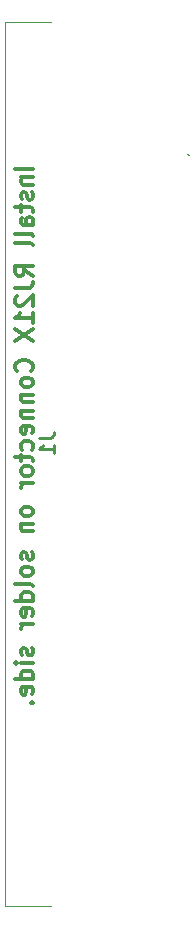
<source format=gbr>
G04 #@! TF.GenerationSoftware,KiCad,Pcbnew,(6.0.5-0)*
G04 #@! TF.CreationDate,2022-08-07T12:30:08-07:00*
G04 #@! TF.ProjectId,ac125a_dtmf,61633132-3561-45f6-9474-6d662e6b6963,rev?*
G04 #@! TF.SameCoordinates,Original*
G04 #@! TF.FileFunction,Legend,Bot*
G04 #@! TF.FilePolarity,Positive*
%FSLAX46Y46*%
G04 Gerber Fmt 4.6, Leading zero omitted, Abs format (unit mm)*
G04 Created by KiCad (PCBNEW (6.0.5-0)) date 2022-08-07 12:30:08*
%MOMM*%
%LPD*%
G01*
G04 APERTURE LIST*
%ADD10C,0.300000*%
%ADD11C,0.254000*%
%ADD12C,0.100000*%
G04 APERTURE END LIST*
D10*
X35603571Y-65657857D02*
X34103571Y-65657857D01*
X34603571Y-66372142D02*
X35603571Y-66372142D01*
X34746428Y-66372142D02*
X34675000Y-66443571D01*
X34603571Y-66586428D01*
X34603571Y-66800714D01*
X34675000Y-66943571D01*
X34817857Y-67014999D01*
X35603571Y-67014999D01*
X35532142Y-67657857D02*
X35603571Y-67800714D01*
X35603571Y-68086428D01*
X35532142Y-68229285D01*
X35389285Y-68300714D01*
X35317857Y-68300714D01*
X35175000Y-68229285D01*
X35103571Y-68086428D01*
X35103571Y-67872142D01*
X35032142Y-67729285D01*
X34889285Y-67657857D01*
X34817857Y-67657857D01*
X34675000Y-67729285D01*
X34603571Y-67872142D01*
X34603571Y-68086428D01*
X34675000Y-68229285D01*
X34603571Y-68729285D02*
X34603571Y-69300714D01*
X34103571Y-68943571D02*
X35389285Y-68943571D01*
X35532142Y-69015000D01*
X35603571Y-69157857D01*
X35603571Y-69300714D01*
X35603571Y-70443571D02*
X34817857Y-70443571D01*
X34675000Y-70372142D01*
X34603571Y-70229285D01*
X34603571Y-69943571D01*
X34675000Y-69800714D01*
X35532142Y-70443571D02*
X35603571Y-70300714D01*
X35603571Y-69943571D01*
X35532142Y-69800714D01*
X35389285Y-69729285D01*
X35246428Y-69729285D01*
X35103571Y-69800714D01*
X35032142Y-69943571D01*
X35032142Y-70300714D01*
X34960714Y-70443571D01*
X35603571Y-71372142D02*
X35532142Y-71229285D01*
X35389285Y-71157857D01*
X34103571Y-71157857D01*
X35603571Y-72157857D02*
X35532142Y-72015000D01*
X35389285Y-71943571D01*
X34103571Y-71943571D01*
X35603571Y-74729285D02*
X34889285Y-74229285D01*
X35603571Y-73872142D02*
X34103571Y-73872142D01*
X34103571Y-74443571D01*
X34175000Y-74586428D01*
X34246428Y-74657857D01*
X34389285Y-74729285D01*
X34603571Y-74729285D01*
X34746428Y-74657857D01*
X34817857Y-74586428D01*
X34889285Y-74443571D01*
X34889285Y-73872142D01*
X34103571Y-75800714D02*
X35175000Y-75800714D01*
X35389285Y-75729285D01*
X35532142Y-75586428D01*
X35603571Y-75372142D01*
X35603571Y-75229285D01*
X34246428Y-76443571D02*
X34175000Y-76515000D01*
X34103571Y-76657857D01*
X34103571Y-77015000D01*
X34175000Y-77157857D01*
X34246428Y-77229285D01*
X34389285Y-77300714D01*
X34532142Y-77300714D01*
X34746428Y-77229285D01*
X35603571Y-76372142D01*
X35603571Y-77300714D01*
X35603571Y-78729285D02*
X35603571Y-77872142D01*
X35603571Y-78300714D02*
X34103571Y-78300714D01*
X34317857Y-78157857D01*
X34460714Y-78014999D01*
X34532142Y-77872142D01*
X34103571Y-79229285D02*
X35603571Y-80229285D01*
X34103571Y-80229285D02*
X35603571Y-79229285D01*
X35460714Y-82800714D02*
X35532142Y-82729285D01*
X35603571Y-82514999D01*
X35603571Y-82372142D01*
X35532142Y-82157857D01*
X35389285Y-82014999D01*
X35246428Y-81943571D01*
X34960714Y-81872142D01*
X34746428Y-81872142D01*
X34460714Y-81943571D01*
X34317857Y-82014999D01*
X34175000Y-82157857D01*
X34103571Y-82372142D01*
X34103571Y-82514999D01*
X34175000Y-82729285D01*
X34246428Y-82800714D01*
X35603571Y-83657857D02*
X35532142Y-83514999D01*
X35460714Y-83443571D01*
X35317857Y-83372142D01*
X34889285Y-83372142D01*
X34746428Y-83443571D01*
X34675000Y-83514999D01*
X34603571Y-83657857D01*
X34603571Y-83872142D01*
X34675000Y-84014999D01*
X34746428Y-84086428D01*
X34889285Y-84157857D01*
X35317857Y-84157857D01*
X35460714Y-84086428D01*
X35532142Y-84014999D01*
X35603571Y-83872142D01*
X35603571Y-83657857D01*
X34603571Y-84800714D02*
X35603571Y-84800714D01*
X34746428Y-84800714D02*
X34675000Y-84872142D01*
X34603571Y-85014999D01*
X34603571Y-85229285D01*
X34675000Y-85372142D01*
X34817857Y-85443571D01*
X35603571Y-85443571D01*
X34603571Y-86157857D02*
X35603571Y-86157857D01*
X34746428Y-86157857D02*
X34675000Y-86229285D01*
X34603571Y-86372142D01*
X34603571Y-86586428D01*
X34675000Y-86729285D01*
X34817857Y-86800714D01*
X35603571Y-86800714D01*
X35532142Y-88086428D02*
X35603571Y-87943571D01*
X35603571Y-87657857D01*
X35532142Y-87515000D01*
X35389285Y-87443571D01*
X34817857Y-87443571D01*
X34675000Y-87515000D01*
X34603571Y-87657857D01*
X34603571Y-87943571D01*
X34675000Y-88086428D01*
X34817857Y-88157857D01*
X34960714Y-88157857D01*
X35103571Y-87443571D01*
X35532142Y-89443571D02*
X35603571Y-89300714D01*
X35603571Y-89015000D01*
X35532142Y-88872142D01*
X35460714Y-88800714D01*
X35317857Y-88729285D01*
X34889285Y-88729285D01*
X34746428Y-88800714D01*
X34675000Y-88872142D01*
X34603571Y-89015000D01*
X34603571Y-89300714D01*
X34675000Y-89443571D01*
X34603571Y-89872142D02*
X34603571Y-90443571D01*
X34103571Y-90086428D02*
X35389285Y-90086428D01*
X35532142Y-90157857D01*
X35603571Y-90300714D01*
X35603571Y-90443571D01*
X35603571Y-91157857D02*
X35532142Y-91015000D01*
X35460714Y-90943571D01*
X35317857Y-90872142D01*
X34889285Y-90872142D01*
X34746428Y-90943571D01*
X34675000Y-91015000D01*
X34603571Y-91157857D01*
X34603571Y-91372142D01*
X34675000Y-91515000D01*
X34746428Y-91586428D01*
X34889285Y-91657857D01*
X35317857Y-91657857D01*
X35460714Y-91586428D01*
X35532142Y-91515000D01*
X35603571Y-91372142D01*
X35603571Y-91157857D01*
X35603571Y-92300714D02*
X34603571Y-92300714D01*
X34889285Y-92300714D02*
X34746428Y-92372142D01*
X34675000Y-92443571D01*
X34603571Y-92586428D01*
X34603571Y-92729285D01*
X35603571Y-94586428D02*
X35532142Y-94443571D01*
X35460714Y-94372142D01*
X35317857Y-94300714D01*
X34889285Y-94300714D01*
X34746428Y-94372142D01*
X34675000Y-94443571D01*
X34603571Y-94586428D01*
X34603571Y-94800714D01*
X34675000Y-94943571D01*
X34746428Y-95015000D01*
X34889285Y-95086428D01*
X35317857Y-95086428D01*
X35460714Y-95015000D01*
X35532142Y-94943571D01*
X35603571Y-94800714D01*
X35603571Y-94586428D01*
X34603571Y-95729285D02*
X35603571Y-95729285D01*
X34746428Y-95729285D02*
X34675000Y-95800714D01*
X34603571Y-95943571D01*
X34603571Y-96157857D01*
X34675000Y-96300714D01*
X34817857Y-96372142D01*
X35603571Y-96372142D01*
X35532142Y-98157857D02*
X35603571Y-98300714D01*
X35603571Y-98586428D01*
X35532142Y-98729285D01*
X35389285Y-98800714D01*
X35317857Y-98800714D01*
X35175000Y-98729285D01*
X35103571Y-98586428D01*
X35103571Y-98372142D01*
X35032142Y-98229285D01*
X34889285Y-98157857D01*
X34817857Y-98157857D01*
X34675000Y-98229285D01*
X34603571Y-98372142D01*
X34603571Y-98586428D01*
X34675000Y-98729285D01*
X35603571Y-99657857D02*
X35532142Y-99515000D01*
X35460714Y-99443571D01*
X35317857Y-99372142D01*
X34889285Y-99372142D01*
X34746428Y-99443571D01*
X34675000Y-99515000D01*
X34603571Y-99657857D01*
X34603571Y-99872142D01*
X34675000Y-100015000D01*
X34746428Y-100086428D01*
X34889285Y-100157857D01*
X35317857Y-100157857D01*
X35460714Y-100086428D01*
X35532142Y-100015000D01*
X35603571Y-99872142D01*
X35603571Y-99657857D01*
X35603571Y-101015000D02*
X35532142Y-100872142D01*
X35389285Y-100800714D01*
X34103571Y-100800714D01*
X35603571Y-102229285D02*
X34103571Y-102229285D01*
X35532142Y-102229285D02*
X35603571Y-102086428D01*
X35603571Y-101800714D01*
X35532142Y-101657857D01*
X35460714Y-101586428D01*
X35317857Y-101515000D01*
X34889285Y-101515000D01*
X34746428Y-101586428D01*
X34675000Y-101657857D01*
X34603571Y-101800714D01*
X34603571Y-102086428D01*
X34675000Y-102229285D01*
X35532142Y-103515000D02*
X35603571Y-103372142D01*
X35603571Y-103086428D01*
X35532142Y-102943571D01*
X35389285Y-102872142D01*
X34817857Y-102872142D01*
X34675000Y-102943571D01*
X34603571Y-103086428D01*
X34603571Y-103372142D01*
X34675000Y-103515000D01*
X34817857Y-103586428D01*
X34960714Y-103586428D01*
X35103571Y-102872142D01*
X35603571Y-104229285D02*
X34603571Y-104229285D01*
X34889285Y-104229285D02*
X34746428Y-104300714D01*
X34675000Y-104372142D01*
X34603571Y-104515000D01*
X34603571Y-104657857D01*
X35532142Y-106229285D02*
X35603571Y-106372142D01*
X35603571Y-106657857D01*
X35532142Y-106800714D01*
X35389285Y-106872142D01*
X35317857Y-106872142D01*
X35175000Y-106800714D01*
X35103571Y-106657857D01*
X35103571Y-106443571D01*
X35032142Y-106300714D01*
X34889285Y-106229285D01*
X34817857Y-106229285D01*
X34675000Y-106300714D01*
X34603571Y-106443571D01*
X34603571Y-106657857D01*
X34675000Y-106800714D01*
X35603571Y-107515000D02*
X34603571Y-107515000D01*
X34103571Y-107515000D02*
X34175000Y-107443571D01*
X34246428Y-107515000D01*
X34175000Y-107586428D01*
X34103571Y-107515000D01*
X34246428Y-107515000D01*
X35603571Y-108872142D02*
X34103571Y-108872142D01*
X35532142Y-108872142D02*
X35603571Y-108729285D01*
X35603571Y-108443571D01*
X35532142Y-108300714D01*
X35460714Y-108229285D01*
X35317857Y-108157857D01*
X34889285Y-108157857D01*
X34746428Y-108229285D01*
X34675000Y-108300714D01*
X34603571Y-108443571D01*
X34603571Y-108729285D01*
X34675000Y-108872142D01*
X35532142Y-110157857D02*
X35603571Y-110015000D01*
X35603571Y-109729285D01*
X35532142Y-109586428D01*
X35389285Y-109515000D01*
X34817857Y-109515000D01*
X34675000Y-109586428D01*
X34603571Y-109729285D01*
X34603571Y-110015000D01*
X34675000Y-110157857D01*
X34817857Y-110229285D01*
X34960714Y-110229285D01*
X35103571Y-109515000D01*
X35460714Y-110872142D02*
X35532142Y-110943571D01*
X35603571Y-110872142D01*
X35532142Y-110800714D01*
X35460714Y-110872142D01*
X35603571Y-110872142D01*
D11*
X36134523Y-88476666D02*
X37041666Y-88476666D01*
X37223095Y-88416190D01*
X37344047Y-88295238D01*
X37404523Y-88113809D01*
X37404523Y-87992857D01*
X37404523Y-89746666D02*
X37404523Y-89020952D01*
X37404523Y-89383809D02*
X36134523Y-89383809D01*
X36315952Y-89262857D01*
X36436904Y-89141904D01*
X36497380Y-89020952D01*
D12*
X48820000Y-64470000D02*
X48820000Y-64470000D01*
X33274000Y-53265000D02*
X37140000Y-53265000D01*
X37140000Y-128115000D02*
X33274000Y-128115000D01*
X48720000Y-64470000D02*
X48720000Y-64470000D01*
X33274000Y-128115000D02*
X33274000Y-53265000D01*
X48820000Y-64470000D02*
G75*
G03*
X48720000Y-64470000I-50000J0D01*
G01*
X48720000Y-64470000D02*
G75*
G03*
X48820000Y-64470000I50000J0D01*
G01*
M02*

</source>
